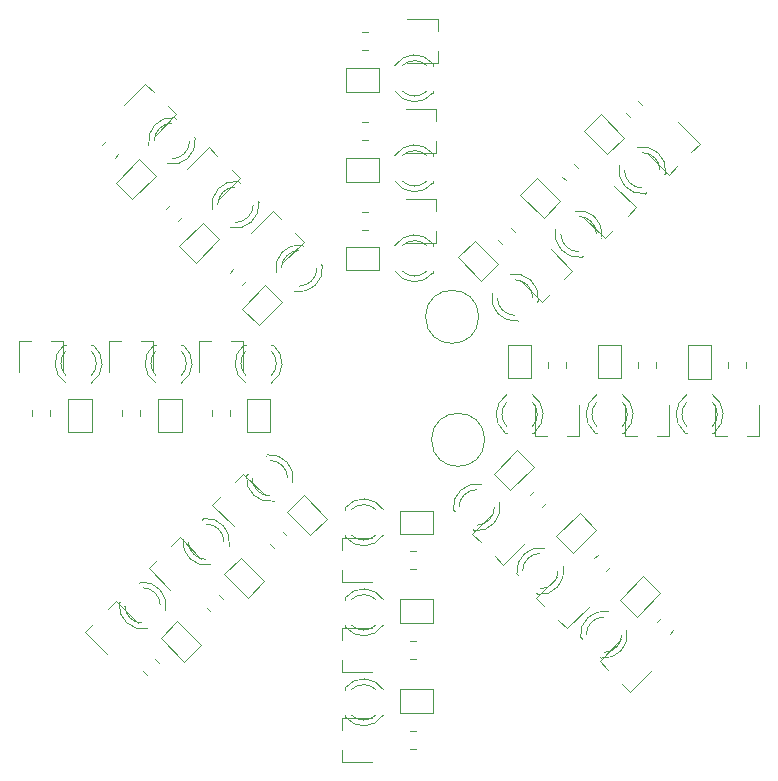
<source format=gbr>
%TF.GenerationSoftware,KiCad,Pcbnew,(5.1.9)-1*%
%TF.CreationDate,2025-04-10T23:46:23-06:00*%
%TF.ProjectId,LEDS,4c454453-2e6b-4696-9361-645f70636258,rev?*%
%TF.SameCoordinates,Original*%
%TF.FileFunction,Legend,Top*%
%TF.FilePolarity,Positive*%
%FSLAX46Y46*%
G04 Gerber Fmt 4.6, Leading zero omitted, Abs format (unit mm)*
G04 Created by KiCad (PCBNEW (5.1.9)-1) date 2025-04-10 23:46:23*
%MOMM*%
%LPD*%
G01*
G04 APERTURE LIST*
%ADD10C,0.120000*%
G04 APERTURE END LIST*
D10*
%TO.C,D1*%
X170879000Y-114209000D02*
X171035000Y-114209000D01*
X168563000Y-114209000D02*
X168719000Y-114209000D01*
X168720392Y-110976665D02*
G75*
G03*
X168563484Y-114209000I1078608J-1672335D01*
G01*
X170877608Y-110976665D02*
G75*
G02*
X171034516Y-114209000I-1078608J-1672335D01*
G01*
X168719163Y-111607870D02*
G75*
G03*
X168719000Y-113689961I1079837J-1041130D01*
G01*
X170878837Y-111607870D02*
G75*
G02*
X170879000Y-113689961I-1079837J-1041130D01*
G01*
%TO.C,D2*%
X165823636Y-122398019D02*
X165933945Y-122508328D01*
X164185977Y-120760360D02*
X164296286Y-120870669D01*
X166582876Y-118586045D02*
G75*
G03*
X164186319Y-120760702I-419828J-1945212D01*
G01*
X168108260Y-120111429D02*
G75*
G02*
X165933603Y-122507986I-1945212J-419828D01*
G01*
X166135677Y-119031507D02*
G75*
G03*
X164663302Y-120503653I27371J-1499750D01*
G01*
X167662798Y-120558628D02*
G75*
G02*
X166190652Y-122031003I-1499750J27371D01*
G01*
%TO.C,D3*%
X155031000Y-122873000D02*
X155031000Y-123029000D01*
X155031000Y-120557000D02*
X155031000Y-120713000D01*
X158263335Y-120714392D02*
G75*
G03*
X155031000Y-120557484I-1672335J-1078608D01*
G01*
X158263335Y-122871608D02*
G75*
G02*
X155031000Y-123028516I-1672335J1078608D01*
G01*
X157632130Y-120713163D02*
G75*
G03*
X155550039Y-120713000I-1041130J-1079837D01*
G01*
X157632130Y-122872837D02*
G75*
G02*
X155550039Y-122873000I-1041130J1079837D01*
G01*
%TO.C,D4*%
X148423344Y-116073181D02*
X148313035Y-116183490D01*
X146785685Y-117710840D02*
X146675376Y-117821149D01*
X148625076Y-119550002D02*
G75*
G02*
X147152701Y-118077856I27371J1499750D01*
G01*
X150152197Y-118022881D02*
G75*
G03*
X148680051Y-116550506I-1499750J-27371D01*
G01*
X149072275Y-119995464D02*
G75*
G02*
X146675718Y-117820807I-419828J1945212D01*
G01*
X150597659Y-118470080D02*
G75*
G03*
X148423002Y-116073523I-1945212J419828D01*
G01*
%TO.C,D5*%
X148937000Y-106771000D02*
X148781000Y-106771000D01*
X146621000Y-106771000D02*
X146465000Y-106771000D01*
X146621163Y-109372130D02*
G75*
G02*
X146621000Y-107290039I1079837J1041130D01*
G01*
X148780837Y-109372130D02*
G75*
G03*
X148781000Y-107290039I-1079837J1041130D01*
G01*
X146622392Y-110003335D02*
G75*
G02*
X146465484Y-106771000I1078608J1672335D01*
G01*
X148779608Y-110003335D02*
G75*
G03*
X148936516Y-106771000I-1078608J1672335D01*
G01*
%TO.C,D6*%
X151473303Y-98417828D02*
X151362994Y-98307519D01*
X153110962Y-100055487D02*
X153000653Y-99945178D01*
X150714063Y-102229802D02*
G75*
G03*
X153110620Y-100055145I419828J1945212D01*
G01*
X149188679Y-100704418D02*
G75*
G02*
X151363336Y-98307861I1945212J419828D01*
G01*
X151161262Y-101784340D02*
G75*
G03*
X152633637Y-100312194I-27371J1499750D01*
G01*
X149634141Y-100257219D02*
G75*
G02*
X151106287Y-98784844I1499750J-27371D01*
G01*
%TO.C,D7*%
X162469000Y-98361000D02*
X162469000Y-98205000D01*
X162469000Y-100677000D02*
X162469000Y-100521000D01*
X159236665Y-100519608D02*
G75*
G03*
X162469000Y-100676516I1672335J1078608D01*
G01*
X159236665Y-98362392D02*
G75*
G02*
X162469000Y-98205484I1672335J-1078608D01*
G01*
X159867870Y-100520837D02*
G75*
G03*
X161949961Y-100521000I1041130J1079837D01*
G01*
X159867870Y-98361163D02*
G75*
G02*
X161949961Y-98361000I1041130J-1079837D01*
G01*
%TO.C,D8*%
X169637717Y-104742666D02*
X169748026Y-104632357D01*
X171275376Y-103105007D02*
X171385685Y-102994698D01*
X169435985Y-101265845D02*
G75*
G02*
X170908360Y-102737991I-27371J-1499750D01*
G01*
X167908864Y-102792966D02*
G75*
G03*
X169381010Y-104265341I1499750J27371D01*
G01*
X168988786Y-100820383D02*
G75*
G02*
X171385343Y-102995040I419828J-1945212D01*
G01*
X167463402Y-102345767D02*
G75*
G03*
X169638059Y-104742324I1945212J-419828D01*
G01*
%TO.C,D9*%
X174824000Y-114499000D02*
X173824000Y-114499000D01*
X174824000Y-111899000D02*
X174824000Y-114499000D01*
X171124000Y-114499000D02*
X172124000Y-114499000D01*
X171124000Y-111899000D02*
X171124000Y-114499000D01*
%TO.C,D10*%
X167630295Y-120937843D02*
X165791817Y-122776321D01*
X165791817Y-122776321D02*
X166498924Y-123483428D01*
X170246590Y-123554138D02*
X168408112Y-125392616D01*
X168408112Y-125392616D02*
X167701005Y-124685509D01*
%TO.C,D11*%
X157341000Y-123118000D02*
X154741000Y-123118000D01*
X154741000Y-123118000D02*
X154741000Y-124118000D01*
X157341000Y-126818000D02*
X154741000Y-126818000D01*
X154741000Y-126818000D02*
X154741000Y-125818000D01*
%TO.C,D12*%
X148245861Y-119517498D02*
X146407383Y-117679020D01*
X146407383Y-117679020D02*
X145700276Y-118386127D01*
X145629566Y-122133793D02*
X143791088Y-120295315D01*
X143791088Y-120295315D02*
X144498195Y-119588208D01*
%TO.C,D13*%
X142676000Y-106481000D02*
X143676000Y-106481000D01*
X142676000Y-109081000D02*
X142676000Y-106481000D01*
X146376000Y-106481000D02*
X145376000Y-106481000D01*
X146376000Y-109081000D02*
X146376000Y-106481000D01*
%TO.C,D14*%
X148888828Y-95423231D02*
X149595935Y-96130338D01*
X147050350Y-97261709D02*
X148888828Y-95423231D01*
X151505123Y-98039526D02*
X150798016Y-97332419D01*
X149666645Y-99878004D02*
X151505123Y-98039526D01*
%TO.C,D15*%
X162759000Y-94416000D02*
X162759000Y-95416000D01*
X160159000Y-94416000D02*
X162759000Y-94416000D01*
X162759000Y-98116000D02*
X162759000Y-97116000D01*
X160159000Y-98116000D02*
X162759000Y-98116000D01*
%TO.C,D16*%
X169815200Y-101298348D02*
X171653678Y-103136826D01*
X171653678Y-103136826D02*
X172360785Y-102429719D01*
X172431495Y-98682053D02*
X174269973Y-100520531D01*
X174269973Y-100520531D02*
X173562866Y-101227638D01*
%TO.C,D17*%
X176183000Y-114209000D02*
X176339000Y-114209000D01*
X178499000Y-114209000D02*
X178655000Y-114209000D01*
X178498837Y-111607870D02*
G75*
G02*
X178499000Y-113689961I-1079837J-1041130D01*
G01*
X176339163Y-111607870D02*
G75*
G03*
X176339000Y-113689961I1079837J-1041130D01*
G01*
X178497608Y-110976665D02*
G75*
G02*
X178654516Y-114209000I-1078608J-1672335D01*
G01*
X176340392Y-110976665D02*
G75*
G03*
X176183484Y-114209000I1078608J-1672335D01*
G01*
%TO.C,D18*%
X171211790Y-127786172D02*
X171322099Y-127896481D01*
X169574131Y-126148513D02*
X169684440Y-126258822D01*
X171971030Y-123974198D02*
G75*
G03*
X169574473Y-126148855I-419828J-1945212D01*
G01*
X173496414Y-125499582D02*
G75*
G02*
X171321757Y-127896139I-1945212J-419828D01*
G01*
X171523831Y-124419660D02*
G75*
G03*
X170051456Y-125891806I27371J-1499750D01*
G01*
X173050952Y-125946781D02*
G75*
G02*
X171578806Y-127419156I-1499750J27371D01*
G01*
%TO.C,D19*%
X155031000Y-130493000D02*
X155031000Y-130649000D01*
X155031000Y-128177000D02*
X155031000Y-128333000D01*
X158263335Y-128334392D02*
G75*
G03*
X155031000Y-128177484I-1672335J-1078608D01*
G01*
X158263335Y-130491608D02*
G75*
G02*
X155031000Y-130648516I-1672335J1078608D01*
G01*
X157632130Y-128333163D02*
G75*
G03*
X155550039Y-128333000I-1041130J-1079837D01*
G01*
X157632130Y-130492837D02*
G75*
G02*
X155550039Y-130493000I-1041130J1079837D01*
G01*
%TO.C,D20*%
X143035190Y-121461334D02*
X142924881Y-121571643D01*
X141397531Y-123098993D02*
X141287222Y-123209302D01*
X143236922Y-124938155D02*
G75*
G02*
X141764547Y-123466009I27371J1499750D01*
G01*
X144764043Y-123411034D02*
G75*
G03*
X143291897Y-121938659I-1499750J-27371D01*
G01*
X143684121Y-125383617D02*
G75*
G02*
X141287564Y-123208960I-419828J1945212D01*
G01*
X145209505Y-123858233D02*
G75*
G03*
X143034848Y-121461676I-1945212J419828D01*
G01*
%TO.C,D21*%
X139001000Y-106771000D02*
X138845000Y-106771000D01*
X141317000Y-106771000D02*
X141161000Y-106771000D01*
X141159608Y-110003335D02*
G75*
G03*
X141316516Y-106771000I-1078608J1672335D01*
G01*
X139002392Y-110003335D02*
G75*
G02*
X138845484Y-106771000I1078608J1672335D01*
G01*
X141160837Y-109372130D02*
G75*
G03*
X141161000Y-107290039I-1079837J1041130D01*
G01*
X139001163Y-109372130D02*
G75*
G02*
X139001000Y-107290039I1079837J1041130D01*
G01*
%TO.C,D22*%
X146085150Y-93029674D02*
X145974841Y-92919365D01*
X147722809Y-94667333D02*
X147612500Y-94557024D01*
X145325910Y-96841648D02*
G75*
G03*
X147722467Y-94666991I419828J1945212D01*
G01*
X143800526Y-95316264D02*
G75*
G02*
X145975183Y-92919707I1945212J419828D01*
G01*
X145773109Y-96396186D02*
G75*
G03*
X147245484Y-94924040I-27371J1499750D01*
G01*
X144245988Y-94869065D02*
G75*
G02*
X145718134Y-93396690I1499750J-27371D01*
G01*
%TO.C,D23*%
X162469000Y-90741000D02*
X162469000Y-90585000D01*
X162469000Y-93057000D02*
X162469000Y-92901000D01*
X159236665Y-92899608D02*
G75*
G03*
X162469000Y-93056516I1672335J1078608D01*
G01*
X159236665Y-90742392D02*
G75*
G02*
X162469000Y-90585484I1672335J-1078608D01*
G01*
X159867870Y-92900837D02*
G75*
G03*
X161949961Y-92901000I1041130J1079837D01*
G01*
X159867870Y-90741163D02*
G75*
G02*
X161949961Y-90741000I1041130J-1079837D01*
G01*
%TO.C,D24*%
X175025870Y-99354512D02*
X175136179Y-99244203D01*
X176663529Y-97716853D02*
X176773838Y-97606544D01*
X174824138Y-95877691D02*
G75*
G02*
X176296513Y-97349837I-27371J-1499750D01*
G01*
X173297017Y-97404812D02*
G75*
G03*
X174769163Y-98877187I1499750J27371D01*
G01*
X174376939Y-95432229D02*
G75*
G02*
X176773496Y-97606886I419828J-1945212D01*
G01*
X172851555Y-96957613D02*
G75*
G03*
X175026212Y-99354170I1945212J-419828D01*
G01*
%TO.C,D25*%
X178744000Y-111899000D02*
X178744000Y-114499000D01*
X178744000Y-114499000D02*
X179744000Y-114499000D01*
X182444000Y-111899000D02*
X182444000Y-114499000D01*
X182444000Y-114499000D02*
X181444000Y-114499000D01*
%TO.C,D26*%
X173796265Y-130780770D02*
X173089158Y-130073663D01*
X175634743Y-128942292D02*
X173796265Y-130780770D01*
X171179970Y-128164475D02*
X171887077Y-128871582D01*
X173018448Y-126325997D02*
X171179970Y-128164475D01*
%TO.C,D27*%
X154741000Y-134438000D02*
X154741000Y-133438000D01*
X157341000Y-134438000D02*
X154741000Y-134438000D01*
X154741000Y-130738000D02*
X154741000Y-131738000D01*
X157341000Y-130738000D02*
X154741000Y-130738000D01*
%TO.C,D28*%
X142857707Y-124905652D02*
X141019229Y-123067174D01*
X141019229Y-123067174D02*
X140312122Y-123774281D01*
X140241412Y-127521947D02*
X138402934Y-125683469D01*
X138402934Y-125683469D02*
X139110041Y-124976362D01*
%TO.C,D29*%
X135056000Y-106481000D02*
X136056000Y-106481000D01*
X135056000Y-109081000D02*
X135056000Y-106481000D01*
X138756000Y-106481000D02*
X137756000Y-106481000D01*
X138756000Y-109081000D02*
X138756000Y-106481000D01*
%TO.C,D30*%
X143500674Y-90035077D02*
X144207781Y-90742184D01*
X141662196Y-91873555D02*
X143500674Y-90035077D01*
X146116969Y-92651372D02*
X145409862Y-91944265D01*
X144278491Y-94489850D02*
X146116969Y-92651372D01*
%TO.C,D31*%
X160159000Y-90496000D02*
X162759000Y-90496000D01*
X162759000Y-90496000D02*
X162759000Y-89496000D01*
X160159000Y-86796000D02*
X162759000Y-86796000D01*
X162759000Y-86796000D02*
X162759000Y-87796000D01*
%TO.C,D32*%
X179658127Y-95132378D02*
X178951020Y-95839485D01*
X177819649Y-93293900D02*
X179658127Y-95132378D01*
X177041832Y-97748673D02*
X177748939Y-97041566D01*
X175203354Y-95910195D02*
X177041832Y-97748673D01*
%TO.C,D33*%
X183803000Y-114209000D02*
X183959000Y-114209000D01*
X186119000Y-114209000D02*
X186275000Y-114209000D01*
X186118837Y-111607870D02*
G75*
G02*
X186119000Y-113689961I-1079837J-1041130D01*
G01*
X183959163Y-111607870D02*
G75*
G03*
X183959000Y-113689961I1079837J-1041130D01*
G01*
X186117608Y-110976665D02*
G75*
G02*
X186274516Y-114209000I-1078608J-1672335D01*
G01*
X183960392Y-110976665D02*
G75*
G03*
X183803484Y-114209000I1078608J-1672335D01*
G01*
%TO.C,D34*%
X176599943Y-133174326D02*
X176710252Y-133284635D01*
X174962284Y-131536667D02*
X175072593Y-131646976D01*
X177359183Y-129362352D02*
G75*
G03*
X174962626Y-131537009I-419828J-1945212D01*
G01*
X178884567Y-130887736D02*
G75*
G02*
X176709910Y-133284293I-1945212J-419828D01*
G01*
X176911984Y-129807814D02*
G75*
G03*
X175439609Y-131279960I27371J-1499750D01*
G01*
X178439105Y-131334935D02*
G75*
G02*
X176966959Y-132807310I-1499750J27371D01*
G01*
%TO.C,D35*%
X155031000Y-135797000D02*
X155031000Y-135953000D01*
X155031000Y-138113000D02*
X155031000Y-138269000D01*
X157632130Y-138112837D02*
G75*
G02*
X155550039Y-138113000I-1041130J1079837D01*
G01*
X157632130Y-135953163D02*
G75*
G03*
X155550039Y-135953000I-1041130J-1079837D01*
G01*
X158263335Y-138111608D02*
G75*
G02*
X155031000Y-138268516I-1672335J1078608D01*
G01*
X158263335Y-135954392D02*
G75*
G03*
X155031000Y-135797484I-1672335J-1078608D01*
G01*
%TO.C,D36*%
X136009378Y-128487147D02*
X135899069Y-128597456D01*
X137647037Y-126849488D02*
X137536728Y-126959797D01*
X139821352Y-129246387D02*
G75*
G03*
X137646695Y-126849830I-1945212J419828D01*
G01*
X138295968Y-130771771D02*
G75*
G02*
X135899411Y-128597114I-419828J1945212D01*
G01*
X139375890Y-128799188D02*
G75*
G03*
X137903744Y-127326813I-1499750J-27371D01*
G01*
X137848769Y-130326309D02*
G75*
G02*
X136376394Y-128854163I27371J1499750D01*
G01*
%TO.C,D37*%
X133697000Y-106771000D02*
X133541000Y-106771000D01*
X131381000Y-106771000D02*
X131225000Y-106771000D01*
X131381163Y-109372130D02*
G75*
G02*
X131381000Y-107290039I1079837J1041130D01*
G01*
X133540837Y-109372130D02*
G75*
G03*
X133541000Y-107290039I-1079837J1041130D01*
G01*
X131382392Y-110003335D02*
G75*
G02*
X131225484Y-106771000I1078608J1672335D01*
G01*
X133539608Y-110003335D02*
G75*
G03*
X133696516Y-106771000I-1078608J1672335D01*
G01*
%TO.C,D38*%
X142334655Y-89279180D02*
X142224346Y-89168871D01*
X140696996Y-87641521D02*
X140586687Y-87531212D01*
X138857834Y-89480912D02*
G75*
G02*
X140329980Y-88008537I1499750J-27371D01*
G01*
X140384955Y-91008033D02*
G75*
G03*
X141857330Y-89535887I-27371J1499750D01*
G01*
X138412372Y-89928111D02*
G75*
G02*
X140587029Y-87531554I1945212J419828D01*
G01*
X139937756Y-91453495D02*
G75*
G03*
X142334313Y-89278838I419828J1945212D01*
G01*
%TO.C,D39*%
X162469000Y-85437000D02*
X162469000Y-85281000D01*
X162469000Y-83121000D02*
X162469000Y-82965000D01*
X159867870Y-83121163D02*
G75*
G02*
X161949961Y-83121000I1041130J-1079837D01*
G01*
X159867870Y-85280837D02*
G75*
G03*
X161949961Y-85281000I1041130J1079837D01*
G01*
X159236665Y-83122392D02*
G75*
G02*
X162469000Y-82965484I1672335J-1078608D01*
G01*
X159236665Y-85279608D02*
G75*
G03*
X162469000Y-85436516I1672335J1078608D01*
G01*
%TO.C,D40*%
X180414024Y-93966359D02*
X180524333Y-93856050D01*
X182051683Y-92328700D02*
X182161992Y-92218391D01*
X180212292Y-90489538D02*
G75*
G02*
X181684667Y-91961684I-27371J-1499750D01*
G01*
X178685171Y-92016659D02*
G75*
G03*
X180157317Y-93489034I1499750J27371D01*
G01*
X179765093Y-90044076D02*
G75*
G02*
X182161650Y-92218733I419828J-1945212D01*
G01*
X178239709Y-91569460D02*
G75*
G03*
X180414366Y-93966017I1945212J-419828D01*
G01*
%TO.C,D41*%
X186364000Y-111899000D02*
X186364000Y-114499000D01*
X186364000Y-114499000D02*
X187364000Y-114499000D01*
X190064000Y-111899000D02*
X190064000Y-114499000D01*
X190064000Y-114499000D02*
X189064000Y-114499000D01*
%TO.C,D42*%
X179186540Y-136166802D02*
X178479433Y-135459695D01*
X181025018Y-134328324D02*
X179186540Y-136166802D01*
X176570245Y-133550507D02*
X177277352Y-134257614D01*
X178408723Y-131712029D02*
X176570245Y-133550507D01*
%TO.C,D43*%
X157344000Y-138358000D02*
X154744000Y-138358000D01*
X154744000Y-138358000D02*
X154744000Y-139358000D01*
X157344000Y-142058000D02*
X154744000Y-142058000D01*
X154744000Y-142058000D02*
X154744000Y-141058000D01*
%TO.C,D44*%
X137467432Y-130291684D02*
X135628954Y-128453206D01*
X135628954Y-128453206D02*
X134921847Y-129160313D01*
X134851137Y-132907979D02*
X133012659Y-131069501D01*
X133012659Y-131069501D02*
X133719766Y-130362394D01*
%TO.C,D45*%
X131136000Y-109078000D02*
X131136000Y-106478000D01*
X131136000Y-106478000D02*
X130136000Y-106478000D01*
X127436000Y-109078000D02*
X127436000Y-106478000D01*
X127436000Y-106478000D02*
X128436000Y-106478000D01*
%TO.C,D46*%
X138114642Y-84644802D02*
X138821749Y-85351909D01*
X136276164Y-86483280D02*
X138114642Y-84644802D01*
X140730937Y-87261097D02*
X140023830Y-86553990D01*
X138892459Y-89099575D02*
X140730937Y-87261097D01*
%TO.C,D47*%
X160286000Y-82876000D02*
X162886000Y-82876000D01*
X162886000Y-82876000D02*
X162886000Y-81876000D01*
X160286000Y-79176000D02*
X162886000Y-79176000D01*
X162886000Y-79176000D02*
X162886000Y-80176000D01*
%TO.C,D48*%
X185046280Y-89744224D02*
X184339173Y-90451331D01*
X183207802Y-87905746D02*
X185046280Y-89744224D01*
X182429985Y-92360519D02*
X183137092Y-91653412D01*
X180591507Y-90522041D02*
X182429985Y-92360519D01*
%TO.C,JP1*%
X168799000Y-109604000D02*
X168799000Y-106804000D01*
X168799000Y-106804000D02*
X170799000Y-106804000D01*
X170799000Y-106804000D02*
X170799000Y-109604000D01*
X170799000Y-109604000D02*
X168799000Y-109604000D01*
%TO.C,JP2*%
X169023294Y-119085223D02*
X167609081Y-117671010D01*
X171003193Y-117105324D02*
X169023294Y-119085223D01*
X169588980Y-115691111D02*
X171003193Y-117105324D01*
X167609081Y-117671010D02*
X169588980Y-115691111D01*
%TO.C,JP3*%
X159640999Y-120793000D02*
X162440999Y-120793000D01*
X162440999Y-120793000D02*
X162440999Y-122793000D01*
X162440999Y-122793000D02*
X159640999Y-122793000D01*
X159640999Y-122793000D02*
X159640999Y-120793000D01*
%TO.C,JP4*%
X150098480Y-120910498D02*
X151512693Y-119496285D01*
X152078379Y-122890397D02*
X150098480Y-120910498D01*
X153492592Y-121476184D02*
X152078379Y-122890397D01*
X151512693Y-119496285D02*
X153492592Y-121476184D01*
%TO.C,JP5*%
X148701000Y-111376000D02*
X148701000Y-114176000D01*
X148701000Y-114176000D02*
X146701000Y-114176000D01*
X146701000Y-114176000D02*
X146701000Y-111376000D01*
X146701000Y-111376000D02*
X148701000Y-111376000D01*
%TO.C,JP6*%
X148273645Y-101730623D02*
X149687858Y-103144836D01*
X146293746Y-103710522D02*
X148273645Y-101730623D01*
X147707959Y-105124735D02*
X146293746Y-103710522D01*
X149687858Y-103144836D02*
X147707959Y-105124735D01*
%TO.C,JP7*%
X157879000Y-98441000D02*
X157879000Y-100441000D01*
X155079000Y-98441000D02*
X157879000Y-98441000D01*
X155079000Y-100441000D02*
X155079000Y-98441000D01*
X157879000Y-100441000D02*
X155079000Y-100441000D01*
%TO.C,JP8*%
X166558974Y-101330168D02*
X164579075Y-99350269D01*
X164579075Y-99350269D02*
X165993288Y-97936056D01*
X165993288Y-97936056D02*
X167973187Y-99915955D01*
X167973187Y-99915955D02*
X166558974Y-101330168D01*
%TO.C,JP9*%
X178419000Y-109604000D02*
X176419000Y-109604000D01*
X178419000Y-106804000D02*
X178419000Y-109604000D01*
X176419000Y-106804000D02*
X178419000Y-106804000D01*
X176419000Y-109604000D02*
X176419000Y-106804000D01*
%TO.C,JP10*%
X172907432Y-122969362D02*
X174887331Y-120989463D01*
X174887331Y-120989463D02*
X176301544Y-122403676D01*
X176301544Y-122403676D02*
X174321645Y-124383575D01*
X174321645Y-124383575D02*
X172907432Y-122969362D01*
%TO.C,JP11*%
X159636000Y-130286000D02*
X159636000Y-128286000D01*
X162436000Y-130286000D02*
X159636000Y-130286000D01*
X162436000Y-128286000D02*
X162436000Y-130286000D01*
X159636000Y-128286000D02*
X162436000Y-128286000D01*
%TO.C,JP12*%
X146214342Y-124794636D02*
X148194241Y-126774535D01*
X148194241Y-126774535D02*
X146780028Y-128188748D01*
X146780028Y-128188748D02*
X144800129Y-126208849D01*
X144800129Y-126208849D02*
X146214342Y-124794636D01*
%TO.C,JP13*%
X139208000Y-111376000D02*
X141208000Y-111376000D01*
X139208000Y-114176000D02*
X139208000Y-111376000D01*
X141208000Y-114176000D02*
X139208000Y-114176000D01*
X141208000Y-111376000D02*
X141208000Y-114176000D01*
%TO.C,JP14*%
X144389507Y-97846485D02*
X142409608Y-99826384D01*
X142409608Y-99826384D02*
X140995395Y-98412171D01*
X140995395Y-98412171D02*
X142975294Y-96432272D01*
X142975294Y-96432272D02*
X144389507Y-97846485D01*
%TO.C,JP15*%
X157864000Y-92948000D02*
X155064000Y-92948000D01*
X155064000Y-92948000D02*
X155064000Y-90948000D01*
X155064000Y-90948000D02*
X157864000Y-90948000D01*
X157864000Y-90948000D02*
X157864000Y-92948000D01*
%TO.C,JP16*%
X171846719Y-96021211D02*
X169866820Y-94041312D01*
X169866820Y-94041312D02*
X171281033Y-92627099D01*
X171281033Y-92627099D02*
X173260932Y-94606998D01*
X173260932Y-94606998D02*
X171846719Y-96021211D01*
%TO.C,JP17*%
X184039000Y-109619000D02*
X184039000Y-106819000D01*
X184039000Y-106819000D02*
X186039000Y-106819000D01*
X186039000Y-106819000D02*
X186039000Y-109619000D01*
X186039000Y-109619000D02*
X184039000Y-109619000D01*
%TO.C,JP18*%
X179709799Y-129771728D02*
X178295586Y-128357515D01*
X181689698Y-127791829D02*
X179709799Y-129771728D01*
X180275485Y-126377616D02*
X181689698Y-127791829D01*
X178295586Y-128357515D02*
X180275485Y-126377616D01*
%TO.C,JP19*%
X159636000Y-135906000D02*
X162436000Y-135906000D01*
X162436000Y-135906000D02*
X162436000Y-137906000D01*
X162436000Y-137906000D02*
X159636000Y-137906000D01*
X159636000Y-137906000D02*
X159636000Y-135906000D01*
%TO.C,JP20*%
X139411975Y-131597003D02*
X140826188Y-130182790D01*
X141391874Y-133576902D02*
X139411975Y-131597003D01*
X142806087Y-132162689D02*
X141391874Y-133576902D01*
X140826188Y-130182790D02*
X142806087Y-132162689D01*
%TO.C,JP21*%
X133588000Y-111376000D02*
X133588000Y-114176000D01*
X133588000Y-114176000D02*
X131588000Y-114176000D01*
X131588000Y-114176000D02*
X131588000Y-111376000D01*
X131588000Y-111376000D02*
X133588000Y-111376000D01*
%TO.C,JP22*%
X137587140Y-91044118D02*
X139001353Y-92458331D01*
X135607241Y-93024017D02*
X137587140Y-91044118D01*
X137021454Y-94438230D02*
X135607241Y-93024017D01*
X139001353Y-92458331D02*
X137021454Y-94438230D01*
%TO.C,JP23*%
X157864000Y-83328000D02*
X157864000Y-85328000D01*
X155064000Y-83328000D02*
X157864000Y-83328000D01*
X155064000Y-85328000D02*
X155064000Y-83328000D01*
X157864000Y-85328000D02*
X155064000Y-85328000D01*
%TO.C,JP24*%
X178649085Y-89218844D02*
X177234872Y-90633057D01*
X176669186Y-87238945D02*
X178649085Y-89218844D01*
X175254973Y-88653158D02*
X176669186Y-87238945D01*
X177234872Y-90633057D02*
X175254973Y-88653158D01*
%TO.C,R1*%
X173709000Y-108230936D02*
X173709000Y-108685064D01*
X172239000Y-108230936D02*
X172239000Y-108685064D01*
%TO.C,R2*%
X171012431Y-119132555D02*
X170691314Y-119453672D01*
X172051878Y-120172002D02*
X171730761Y-120493119D01*
%TO.C,R3*%
X161009064Y-125703000D02*
X160554936Y-125703000D01*
X161009064Y-124233000D02*
X160554936Y-124233000D01*
%TO.C,R4*%
X149011702Y-123939082D02*
X148690585Y-123617965D01*
X150051149Y-122899635D02*
X149730032Y-122578518D01*
%TO.C,R5*%
X145261000Y-112749064D02*
X145261000Y-112294936D01*
X143791000Y-112749064D02*
X143791000Y-112294936D01*
%TO.C,R6*%
X145245061Y-100643845D02*
X145566178Y-100322728D01*
X146284508Y-101683292D02*
X146605625Y-101362175D01*
%TO.C,R7*%
X156490936Y-97001000D02*
X156945064Y-97001000D01*
X156490936Y-95531000D02*
X156945064Y-95531000D01*
%TO.C,R8*%
X168009912Y-97916212D02*
X168331029Y-98237329D01*
X169049359Y-96876765D02*
X169370476Y-97197882D01*
%TO.C,R9*%
X181329000Y-108230936D02*
X181329000Y-108685064D01*
X179859000Y-108230936D02*
X179859000Y-108685064D01*
%TO.C,R10*%
X177440032Y-125560155D02*
X177118915Y-125881272D01*
X176400585Y-124520708D02*
X176079468Y-124841825D01*
%TO.C,R11*%
X161009064Y-133323000D02*
X160554936Y-133323000D01*
X161009064Y-131853000D02*
X160554936Y-131853000D01*
%TO.C,R12*%
X144662995Y-128287788D02*
X144341878Y-127966671D01*
X143623548Y-129327235D02*
X143302431Y-129006118D01*
%TO.C,R13*%
X136171000Y-112749064D02*
X136171000Y-112294936D01*
X137641000Y-112749064D02*
X137641000Y-112294936D01*
%TO.C,R14*%
X140896355Y-96295138D02*
X141217472Y-95974021D01*
X139856908Y-95255691D02*
X140178025Y-94934574D01*
%TO.C,R15*%
X156490936Y-89381000D02*
X156945064Y-89381000D01*
X156490936Y-87911000D02*
X156945064Y-87911000D01*
%TO.C,R16*%
X174437512Y-91488611D02*
X174758629Y-91809728D01*
X173398065Y-92528058D02*
X173719182Y-92849175D01*
%TO.C,R17*%
X188949000Y-108230936D02*
X188949000Y-108685064D01*
X187479000Y-108230936D02*
X187479000Y-108685064D01*
%TO.C,R18*%
X181788738Y-129908862D02*
X181467621Y-130229979D01*
X182828185Y-130948309D02*
X182507068Y-131269426D01*
%TO.C,R19*%
X161009064Y-140943000D02*
X160554936Y-140943000D01*
X161009064Y-139473000D02*
X160554936Y-139473000D01*
%TO.C,R20*%
X139274842Y-133675942D02*
X138953725Y-133354825D01*
X138235395Y-134715389D02*
X137914278Y-134394272D01*
%TO.C,R21*%
X130021000Y-112749064D02*
X130021000Y-112294936D01*
X128551000Y-112749064D02*
X128551000Y-112294936D01*
%TO.C,R22*%
X134468754Y-89867538D02*
X134789871Y-89546421D01*
X135508201Y-90906985D02*
X135829318Y-90585868D01*
%TO.C,R23*%
X156490936Y-81761000D02*
X156945064Y-81761000D01*
X156490936Y-80291000D02*
X156945064Y-80291000D01*
%TO.C,R24*%
X178786219Y-87139905D02*
X179107336Y-87461022D01*
X179825666Y-86100458D02*
X180146783Y-86421575D01*
%TO.C,TP1*%
X166842000Y-114808000D02*
G75*
G03*
X166842000Y-114808000I-2250000J0D01*
G01*
%TO.C,TP2*%
X166334000Y-104394000D02*
G75*
G03*
X166334000Y-104394000I-2250000J0D01*
G01*
%TD*%
M02*

</source>
